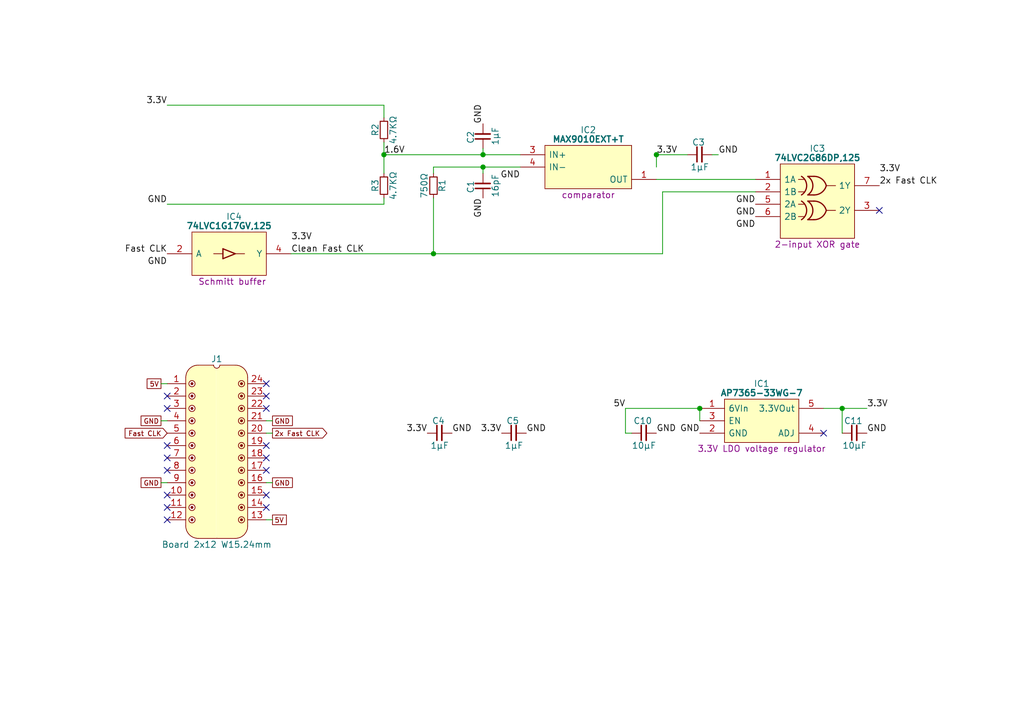
<source format=kicad_sch>
(kicad_sch (version 20250114) (generator "eeschema") (generator_version "9.0")
  (paper "A5")
  (title_block (title "Clock Doubler") (date "2024-07-02") (rev "V0"))
  (lib_symbols
    (symbol "Diodes_Inc:AP7365-33WG-7" (pin_names (offset 0.762))
      (property "Reference" "IC" (at 12.7 5.08 0))
      (property "Value" "AP7365-33WG-7" (at 12.7 3.175 0))
      (property "Description" "3.3V LDO voltage regulator" (at 12.7 -8.255 0))
      (symbol "AP7365-33WG-7_0_0"
        (pin input line (at 0 -2.54 0) (length 5.08) (name "EN") (number "3"))
        (pin passive line (at 0 -5.08 0) (length 5.08) (name "GND") (number "2"))
        (pin passive line (at 25.4 -5.08 180) (length 5.08) (name "ADJ") (number "4"))
      )
      (symbol "AP7365-33WG-7_0_1"
        (polyline (pts (xy 5.08 1.905) (xy 20.32 1.905) (xy 20.32 -6.985) (xy 5.08 -6.985) (xy 5.08 1.905)) (fill (type background)))
      )
      (symbol "AP7365-33WG-7_1_0"
        (pin passive line (at 0 0 0) (length 5.08) (name "6VIn") (number "1"))
        (pin passive line (at 25.4 0 180) (length 5.08) (name "3.3VOut") (number "5"))
      )
    )
    (symbol "HCP65:Board_02x12_W15.24mm" (pin_names (offset 1.016) (hide yes))
      (property "Reference" "J" (at 0 5.08 0))
      (property "Value" "Board 2x12 W15.24mm" (at 0 -33.02 0))
      (symbol "Board_02x12_W15.24mm_0_1"
        (polyline (pts (xy -6.35 1.27) (xy -6.35 -29.21)))
        (arc (start -3.8102 -31.7498) (mid -5.6063 -31.0059) (end -6.3502 -29.2098))
        (arc (start -6.35 1.27) (mid -5.6061 3.0661) (end -3.81 3.81))
        (polyline (pts (xy -3.81 3.81) (xy -0.635 3.81)))
        (arc (start 0.635 3.81) (mid 0 3.175) (end -0.635 3.81))
        (polyline (pts (xy 0.635 3.81) (xy 3.81 3.81)))
        (polyline (pts (xy 3.8098 -31.7498) (xy -3.81 -31.75)))
        (arc (start 3.81 3.81) (mid 5.6061 3.0661) (end 6.35 1.27))
        (arc (start 6.3498 -29.2098) (mid 5.6059 -31.0059) (end 3.8098 -31.7498))
        (polyline (pts (xy 6.35 -29.21) (xy 6.35 1.27)))
      )
      (symbol "Board_02x12_W15.24mm_1_1"
        (polyline (pts (xy -6.35 1.27) (xy -6.096 2.286) (xy -5.588 3.048) (xy -4.826 3.556) (xy -4.064 3.81) (xy -0.762 3.81) (xy -0.508 3.302) (xy 0 3.048) (xy 0 -31.75) (xy -3.81 -31.75) (xy -4.826 -31.496) (xy -5.588 -30.988) (xy -6.096 -30.226) (xy -6.35 -29.464) (xy -6.35 1.27)) (stroke (width -0.0001)) (fill (type background)))
        (circle (center -5.08 0) (radius 0.0001) (stroke (width 0.3)))
        (circle (center -5.08 0) (radius 0.635) (fill (type color) (color 255 255 255 1)))
        (circle (center -5.08 -2.54) (radius 0.0001) (stroke (width 0.3)))
        (circle (center -5.08 -2.54) (radius 0.635) (fill (type color) (color 255 255 255 1)))
        (circle (center -5.08 -5.08) (radius 0.0001) (stroke (width 0.3)))
        (circle (center -5.08 -5.08) (radius 0.635) (fill (type color) (color 255 255 255 1)))
        (circle (center -5.08 -7.62) (radius 0.0001) (stroke (width 0.3)))
        (circle (center -5.08 -7.62) (radius 0.635) (fill (type color) (color 255 255 255 1)))
        (circle (center -5.08 -10.16) (radius 0.0001) (stroke (width 0.3)))
        (circle (center -5.08 -10.16) (radius 0.635) (fill (type color) (color 255 255 255 1)))
        (circle (center -5.08 -12.7) (radius 0.0001) (stroke (width 0.3)))
        (circle (center -5.08 -12.7) (radius 0.635) (fill (type color) (color 255 255 255 1)))
        (circle (center -5.08 -15.24) (radius 0.0001) (stroke (width 0.3)))
        (circle (center -5.08 -15.24) (radius 0.635) (fill (type color) (color 255 255 255 1)))
        (circle (center -5.08 -17.78) (radius 0.0001) (stroke (width 0.3)))
        (circle (center -5.08 -17.78) (radius 0.635) (fill (type color) (color 255 255 255 1)))
        (circle (center -5.08 -20.32) (radius 0.0001) (stroke (width 0.3)))
        (circle (center -5.08 -20.32) (radius 0.635) (fill (type color) (color 255 255 255 1)))
        (circle (center -5.08 -22.86) (radius 0.0001) (stroke (width 0.3)))
        (circle (center -5.08 -22.86) (radius 0.635) (fill (type color) (color 255 255 255 1)))
        (circle (center -5.08 -25.4) (radius 0.0001) (stroke (width 0.3)))
        (circle (center -5.08 -25.4) (radius 0.635) (fill (type color) (color 255 255 255 1)))
        (circle (center -5.08 -27.94) (radius 0.0001) (stroke (width 0.3)))
        (circle (center -5.08 -27.94) (radius 0.635) (fill (type color) (color 255 255 255 1)))
        (circle (center 5.08 0) (radius 0.0001) (stroke (width 0.3)))
        (circle (center 5.08 0) (radius 0.635) (fill (type color) (color 255 255 255 1)))
        (circle (center 5.08 -2.54) (radius 0.0001) (stroke (width 0.3)))
        (circle (center 5.08 -2.54) (radius 0.635) (fill (type color) (color 255 255 255 1)))
        (circle (center 5.08 -5.08) (radius 0.0001) (stroke (width 0.3)))
        (circle (center 5.08 -5.08) (radius 0.635) (fill (type color) (color 255 255 255 1)))
        (circle (center 5.08 -7.62) (radius 0.0001) (stroke (width 0.3)))
        (circle (center 5.08 -7.62) (radius 0.635) (fill (type color) (color 255 255 255 1)))
        (circle (center 5.08 -10.16) (radius 0.0001) (stroke (width 0.3)))
        (circle (center 5.08 -10.16) (radius 0.635) (fill (type color) (color 255 255 255 1)))
        (circle (center 5.08 -12.7) (radius 0.0001) (stroke (width 0.3)))
        (circle (center 5.08 -12.7) (radius 0.635) (fill (type color) (color 255 255 255 1)))
        (circle (center 5.08 -15.24) (radius 0.0001) (stroke (width 0.3)))
        (circle (center 5.08 -15.24) (radius 0.635) (fill (type color) (color 255 255 255 1)))
        (circle (center 5.08 -17.78) (radius 0.0001) (stroke (width 0.3)))
        (circle (center 5.08 -17.78) (radius 0.635) (fill (type color) (color 255 255 255 1)))
        (circle (center 5.08 -20.32) (radius 0.0001) (stroke (width 0.3)))
        (circle (center 5.08 -20.32) (radius 0.635) (fill (type color) (color 255 255 255 1)))
        (circle (center 5.08 -22.86) (radius 0.0001) (stroke (width 0.3)))
        (circle (center 5.08 -22.86) (radius 0.635) (fill (type color) (color 255 255 255 1)))
        (circle (center 5.08 -25.4) (radius 0.0001) (stroke (width 0.3)))
        (circle (center 5.08 -25.4) (radius 0.635) (fill (type color) (color 255 255 255 1)))
        (circle (center 5.08 -27.94) (radius 0.0001) (stroke (width 0.3)))
        (circle (center 5.08 -27.94) (radius 0.635) (fill (type color) (color 255 255 255 1)))
        (polyline (pts (xy 6.35 1.27) (xy 6.096 2.286) (xy 5.588 3.048) (xy 4.826 3.556) (xy 4.064 3.81) (xy 0.762 3.81) (xy 0.508 3.302) (xy 0 3.048) (xy 0 -31.75) (xy 3.81 -31.75) (xy 4.826 -31.496) (xy 5.588 -30.988) (xy 6.096 -30.226) (xy 6.35 -29.464) (xy 6.35 1.27)) (stroke (width -0.0001)) (fill (type background)))
        (pin passive line (at -10.16 0 0) (length 3.81) (name "") (number "1"))
        (pin passive line (at -10.16 -2.54 0) (length 3.81) (name "") (number "2"))
        (pin passive line (at -10.16 -5.08 0) (length 3.81) (name "") (number "3"))
        (pin passive line (at -10.16 -7.62 0) (length 3.81) (name "") (number "4"))
        (pin passive line (at -10.16 -10.16 0) (length 3.81) (name "") (number "5"))
        (pin passive line (at -10.16 -12.7 0) (length 3.81) (name "") (number "6"))
        (pin passive line (at -10.16 -15.24 0) (length 3.81) (name "") (number "7"))
        (pin passive line (at -10.16 -17.78 0) (length 3.81) (name "") (number "8"))
        (pin passive line (at -10.16 -20.32 0) (length 3.81) (name "") (number "9"))
        (pin passive line (at -10.16 -22.86 0) (length 3.81) (name "") (number "10"))
        (pin passive line (at -10.16 -25.4 0) (length 3.81) (name "") (number "11"))
        (pin passive line (at -10.16 -27.94 0) (length 3.81) (name "") (number "12"))
        (pin passive line (at 10.16 0 180) (length 3.81) (name "") (number "24"))
        (pin passive line (at 10.16 -2.54 180) (length 3.81) (name "") (number "23"))
        (pin passive line (at 10.16 -5.08 180) (length 3.81) (name "") (number "22"))
        (pin passive line (at 10.16 -7.62 180) (length 3.81) (name "") (number "21"))
        (pin passive line (at 10.16 -10.16 180) (length 3.81) (name "") (number "20"))
        (pin passive line (at 10.16 -12.7 180) (length 3.81) (name "") (number "19"))
        (pin passive line (at 10.16 -15.24 180) (length 3.81) (name "") (number "18"))
        (pin passive line (at 10.16 -17.78 180) (length 3.81) (name "") (number "17"))
        (pin passive line (at 10.16 -20.32 180) (length 3.81) (name "") (number "16"))
        (pin passive line (at 10.16 -22.86 180) (length 3.81) (name "") (number "15"))
        (pin passive line (at 10.16 -25.4 180) (length 3.81) (name "") (number "14"))
        (pin passive line (at 10.16 -27.94 180) (length 3.81) (name "") (number "13"))
      )
    )
    (symbol "HCP65:C_0805" (pin_numbers (hide yes)) (pin_names (offset 0.254) (hide yes))
      (property "Reference" "C" (at 2.286 2.54 0))
      (property "Value" "?μF" (at 2.54 -2.54 0))
      (symbol "C_0805_0_1"
        (polyline (pts (xy 1.9685 -1.4605) (xy 1.9685 1.5875)) (stroke (width 0.3048)))
        (polyline (pts (xy 2.9845 -1.4605) (xy 2.9845 1.5875)) (stroke (width 0.3302)))
      )
      (symbol "C_0805_1_1"
        (pin passive line (at 0 0 0) (length 2.032) (name "~") (number "1"))
        (pin passive line (at 5.08 0 180) (length 2.032) (name "~") (number "2"))
      )
    )
    (symbol "HCP65:R_0805" (pin_numbers (hide yes)) (pin_names (hide yes))
      (property "Reference" "R" (at 2.54 1.778 0))
      (property "Value" "?Ω" (at 2.54 -1.905 0))
      (symbol "R_0805_0_1"
        (rectangle (start 0.762 0.762) (end 4.318 -0.762) (stroke (width 0.2032)))
      )
      (symbol "R_0805_1_1"
        (pin passive line (at 0 0 0) (length 0.72) (name "~") (number "1"))
        (pin passive line (at 5.08 0 180) (length 0.72) (name "~") (number "2"))
      )
    )
    (symbol "Maxim:MAX9010EXT+T" (pin_names (offset 0.762))
      (property "Reference" "IC" (at 13.97 5.08 0))
      (property "Value" "MAX9010EXT+T" (at 13.97 3.175 0))
      (property "Description" "comparator" (at 13.97 -8.255 0))
      (symbol "MAX9010EXT+T_0_0"
        (pin passive line (at 0 0 0) (length 5.08) (name "IN+") (number "3"))
        (pin passive line (at 0 -2.54 0) (length 5.08) (name "IN-") (number "4"))
        (pin passive line (at 27.94 -5.08 180) (length 5.08) (name "OUT") (number "1"))
      )
      (symbol "MAX9010EXT+T_1_0"
        (pin passive line (at 0 -5.08 0) (length 5.08) (hide yes) (name "GND") (number "2"))
        (pin passive line (at 27.94 0 180) (length 5.08) (hide yes) (name "VCC") (number "6"))
        (pin passive line (at 27.94 -2.54 180) (length 5.08) (hide yes) (name "VCC") (number "5"))
      )
      (symbol "MAX9010EXT+T_1_1"
        (polyline (pts (xy 5.08 1.905) (xy 22.86 1.905) (xy 22.86 -6.985) (xy 5.08 -6.985) (xy 5.08 1.905)) (stroke (width 0.1524)) (fill (type background)))
      )
    )
    (symbol "Nexperia:74LVC1G17GV,125" (pin_names (offset 0.762))
      (property "Reference" "IC" (at 12.7 7.62 0))
      (property "Value" "74LVC1G17GV,125" (at 12.7 5.715 0))
      (property "Description" "Schmitt buffer" (at 13.335 -5.715 0))
      (symbol "74LVC1G17GV,125_0_0"
        (pin no_connect line (at 0 2.54 0) (length 5.08) (hide yes) (name "n.c.") (number "1"))
        (pin input line (at 0 0 0) (length 5.08) (name "A") (number "2"))
        (pin passive line (at 0 -2.54 0) (length 5.08) (hide yes) (name "GND") (number "3"))
        (pin passive line (at 25.4 2.54 180) (length 5.08) (hide yes) (name "3V") (number "5"))
        (pin passive line (at 25.4 0 180) (length 5.08) (name "Y") (number "4"))
      )
      (symbol "74LVC1G17GV,125_0_1"
        (polyline (pts (xy 5.08 4.445) (xy 20.32 4.445) (xy 20.32 -4.445) (xy 5.08 -4.445) (xy 5.08 4.445)) (stroke (width 0.1524)) (fill (type background)))
        (polyline (pts (xy 9.525 0) (xy 11.43 0)))
        (rectangle (start 11.43 1.016) (end 11.43 -1.016) (stroke (width 0.254)) (fill (type background)))
        (polyline (pts (xy 11.43 -1.016) (xy 13.97 0) (xy 11.43 1.016)) (stroke (width 0.254)))
        (polyline (pts (xy 13.97 0) (xy 15.875 0)))
      )
    )
    (symbol "Nexperia:74LVC2G86DP,125" (pin_names (offset 0.762))
      (property "Reference" "IC" (at 12.7 6.35 0))
      (property "Value" "74LVC2G86DP,125" (at 12.7 4.445 0))
      (property "Description" "2-input XOR gate" (at 12.7 -13.335 0))
      (symbol "74LVC2G86DP,125_0_1"
        (polyline (pts (xy 5.08 3.175) (xy 20.32 3.175) (xy 20.32 -12.065) (xy 5.08 -12.065) (xy 5.08 3.175)) (stroke (width 0.1524)) (fill (type background)))
        (arc (start 9.437 0.635) (mid 10.4969 -1.27) (end 9.437 -3.175) (stroke (width 0.254)))
        (arc (start 9.437 -4.445) (mid 10.4969 -6.35) (end 9.437 -8.255) (stroke (width 0.254)))
        (polyline (pts (xy 8.802 0) (xy 10.0719 0)))
        (polyline (pts (xy 8.802 -2.54) (xy 10.0719 -2.54)))
        (polyline (pts (xy 8.802 -5.08) (xy 10.0719 -5.08)))
        (polyline (pts (xy 8.802 -7.62) (xy 10.0719 -7.62)))
        (arc (start 10.707 0.635) (mid 11.7669 -1.27) (end 10.707 -3.175) (stroke (width 0.254)))
        (arc (start 10.707 -4.445) (mid 11.7669 -6.35) (end 10.707 -8.255) (stroke (width 0.254)))
        (polyline (pts (xy 11.977 0.635) (xy 10.795 0.635)) (stroke (width 0.254)) (fill (type background)))
        (polyline (pts (xy 11.977 -3.175) (xy 10.795 -3.175)) (stroke (width 0.254)) (fill (type background)))
        (polyline (pts (xy 11.977 -4.445) (xy 10.795 -4.445)) (stroke (width 0.254)) (fill (type background)))
        (polyline (pts (xy 11.977 -8.255) (xy 10.795 -8.255)) (stroke (width 0.254)) (fill (type background)))
        (arc (start 14.517 -1.27) (mid 13.5755 -2.6605) (end 11.977 -3.175) (stroke (width 0.254)))
        (arc (start 14.517 -6.35) (mid 13.5755 -7.7405) (end 11.977 -8.255) (stroke (width 0.254)))
        (arc (start 11.977 0.635) (mid 13.576 0.1212) (end 14.517 -1.27) (stroke (width 0.254)))
        (arc (start 11.977 -4.445) (mid 13.576 -4.9588) (end 14.517 -6.35) (stroke (width 0.254)))
        (polyline (pts (xy 14.517 -1.27) (xy 16.422 -1.27)))
        (polyline (pts (xy 14.517 -6.35) (xy 16.422 -6.35)))
      )
      (symbol "74LVC2G86DP,125_1_0"
        (pin input line (at 0 0 0) (length 5.08) (name "1A") (number "1"))
        (pin input line (at 0 -2.54 0) (length 5.08) (name "1B") (number "2"))
        (pin input line (at 0 -5.08 0) (length 5.08) (name "2A") (number "5"))
        (pin input line (at 0 -7.62 0) (length 5.08) (name "2B") (number "6"))
        (pin passive line (at 0 -10.16 0) (length 5.08) (hide yes) (name "GND") (number "4"))
        (pin passive line (at 25.4 1.27 180) (length 5.08) (hide yes) (name "VCC") (number "8"))
        (pin output line (at 25.4 -1.27 180) (length 5.08) (name "1Y") (number "7"))
        (pin output line (at 25.4 -6.35 180) (length 5.08) (name "2Y") (number "3"))
      )
    )
  )
  (junction (at 88.9 52.07))
  (junction (at 143.51 83.82))
  (junction (at 134.62 31.75))
  (junction (at 78.74 31.75))
  (junction (at 99.06 34.29))
  (junction (at 172.72 83.82))
  (junction (at 99.06 31.75))
  (no_connect (at 54.61 78.74))
  (no_connect (at 168.91 88.9))
  (no_connect (at 34.29 83.82))
  (no_connect (at 34.29 96.52))
  (no_connect (at 34.29 106.68))
  (no_connect (at 34.29 104.14))
  (no_connect (at 34.29 91.44))
  (no_connect (at 34.29 101.6))
  (no_connect (at 54.61 96.52))
  (no_connect (at 34.29 81.28))
  (no_connect (at 180.34 43.18))
  (no_connect (at 54.61 104.14))
  (no_connect (at 54.61 101.6))
  (no_connect (at 54.61 93.98))
  (no_connect (at 54.61 91.44))
  (no_connect (at 34.29 93.98))
  (no_connect (at 54.61 83.82))
  (no_connect (at 54.61 81.28))
  (wire (pts (xy 88.9 52.07) (xy 135.89 52.07)))
  (wire (pts (xy 99.06 30.48) (xy 99.06 31.75)))
  (wire (pts (xy 78.74 21.59) (xy 78.74 24.13)))
  (wire (pts (xy 99.06 34.29) (xy 99.06 35.56)))
  (wire (pts (xy 172.72 88.9) (xy 172.72 83.82)))
  (wire (pts (xy 99.06 34.29) (xy 88.9 34.29)))
  (wire (pts (xy 78.74 29.21) (xy 78.74 31.75)))
  (wire (pts (xy 99.06 31.75) (xy 106.68 31.75)))
  (wire (pts (xy 134.62 31.75) (xy 134.62 34.29)))
  (wire (pts (xy 147.32 31.75) (xy 146.05 31.75)))
  (wire (pts (xy 128.27 83.82) (xy 143.51 83.82)))
  (wire (pts (xy 78.74 31.75) (xy 99.06 31.75)))
  (wire (pts (xy 135.89 52.07) (xy 135.89 39.37)))
  (wire (pts (xy 55.88 106.68) (xy 54.61 106.68)))
  (wire (pts (xy 143.51 83.82) (xy 143.51 86.36)))
  (wire (pts (xy 33.02 86.36) (xy 34.29 86.36)))
  (wire (pts (xy 88.9 34.29) (xy 88.9 35.56)))
  (wire (pts (xy 78.74 41.91) (xy 34.29 41.91)))
  (wire (pts (xy 168.91 83.82) (xy 172.72 83.82)))
  (wire (pts (xy 88.9 40.64) (xy 88.9 52.07)))
  (wire (pts (xy 140.97 31.75) (xy 134.62 31.75)))
  (wire (pts (xy 55.88 99.06) (xy 54.61 99.06)))
  (wire (pts (xy 128.27 83.82) (xy 128.27 88.9)))
  (wire (pts (xy 135.89 39.37) (xy 154.94 39.37)))
  (wire (pts (xy 78.74 31.75) (xy 78.74 35.56)))
  (wire (pts (xy 33.02 99.06) (xy 34.29 99.06)))
  (wire (pts (xy 134.62 36.83) (xy 154.94 36.83)))
  (wire (pts (xy 78.74 21.59) (xy 34.29 21.59)))
  (wire (pts (xy 78.74 41.91) (xy 78.74 40.64)))
  (wire (pts (xy 99.06 34.29) (xy 106.68 34.29)))
  (wire (pts (xy 33.02 78.74) (xy 34.29 78.74)))
  (wire (pts (xy 128.27 88.9) (xy 129.54 88.9)))
  (wire (pts (xy 172.72 83.82) (xy 177.8 83.82)))
  (wire (pts (xy 55.88 88.9) (xy 54.61 88.9)))
  (wire (pts (xy 55.88 86.36) (xy 54.61 86.36)))
  (wire (pts (xy 59.69 52.07) (xy 88.9 52.07)))
  (label "3.3V" (at 134.62 31.75 0))
  (label "GND" (at 154.94 46.99 180))
  (label "GND" (at 107.95 88.9 0))
  (label "3.3V" (at 87.63 88.9 180))
  (label "GND" (at 177.8 88.9 0))
  (label "GND" (at 134.62 88.9 0))
  (label "5V" (at 128.27 83.82 180))
  (label "GND" (at 143.51 88.9 180))
  (label "GND" (at 99.06 40.64 270))
  (label "3.3V" (at 34.29 21.59 180))
  (label "Fast CLK" (at 34.29 52.07 180))
  (label "2x Fast CLK" (at 180.34 38.1 0))
  (label "GND" (at 99.06 25.4 90))
  (label "3.3V" (at 59.69 49.53 0))
  (label "GND" (at 34.29 54.61 180))
  (label "3.3V" (at 102.87 88.9 180))
  (label "3.3V" (at 177.8 83.82 0))
  (label "GND" (at 154.94 41.91 180))
  (label "GND" (at 154.94 44.45 180))
  (label "3.3V" (at 180.34 35.56 0))
  (label "Clean Fast CLK" (at 59.69 52.07 0))
  (label "GND" (at 106.68 36.83 180))
  (label "GND" (at 147.32 31.75 0))
  (label "GND" (at 34.29 41.91 180))
  (label "GND" (at 92.71 88.9 0))
  (label "1.6V" (at 78.74 31.75 0))
  (global_label "GND" (shape passive) (at 55.88 86.36 0) (effects (font (size 1 1))) (property "Intersheetrefs" "${INTERSHEET_REFS}" (effects (hide yes))))
  (global_label "GND" (shape passive) (at 55.88 99.06 0) (effects (font (size 1 1))) (property "Intersheetrefs" "${INTERSHEET_REFS}" (effects (hide yes))))
  (global_label "5V" (shape passive) (at 55.88 106.68 0) (effects (font (size 1 1))) (property "Intersheetrefs" "${INTERSHEET_REFS}" (effects (hide yes))))
  (global_label "GND" (shape passive) (at 33.02 86.36 180) (effects (font (size 1 1))) (property "Intersheetrefs" "${INTERSHEET_REFS}" (effects (hide yes))))
  (global_label "5V" (shape passive) (at 33.02 78.74 180) (effects (font (size 1 1))) (property "Intersheetrefs" "${INTERSHEET_REFS}" (effects (hide yes))))
  (global_label "Fast CLK" (shape input) (at 34.29 88.9 180) (effects (font (size 1 1))) (property "Intersheetrefs" "${INTERSHEET_REFS}" (effects (hide yes))))
  (global_label "2x Fast CLK" (shape output) (at 55.88 88.9 0) (effects (font (size 1 1))) (property "Intersheetrefs" "${INTERSHEET_REFS}" (effects (hide yes))))
  (global_label "GND" (shape passive) (at 33.02 99.06 180) (effects (font (size 1 1))) (property "Intersheetrefs" "${INTERSHEET_REFS}" (effects (hide yes))))
  (symbol (lib_id "HCP65:C_0805") (at 140.97 31.75 0) (unit 1)
    (property "Reference" "C3" (at 143.256 29.21 0))
    (property "Value" "1μF" (at 143.51 34.29 0))
    (property "Footprint" "SamacSys_Parts:C_0805" (effects (hide yes)))
  )
  (symbol (lib_id "Nexperia:74LVC2G86DP,125") (at 154.94 36.83 0) (unit 1)
    (property "Reference" "IC3" (at 167.64 30.48 0))
    (property "Value" "74LVC2G86DP,125" (at 167.64 32.385 0) (effects (font (bold yes))))
    (property "Footprint" "SamacSys_Parts:SOP65P400X110-8N" (effects (hide yes)))
    (property "Datasheet" "https://assets.nexperia.com/documents/data-sheet/74LVC2G86.pdf" (effects (hide yes)))
    (property "Description" "2-input XOR gate" (at 167.64 50.165 0))
    (property "Height" "1.1" (effects (hide yes)))
    (property "Manufacturer_Name" "Nexperia" (effects (hide yes)))
    (property "Manufacturer_Part_Number" "74LVC2G86DP,125" (effects (hide yes)))
    (property "Mouser Part Number" "771-LVC2G86DP125" (effects (hide yes)))
    (property "Mouser Price/Stock" "https://www.mouser.co.uk/ProductDetail/Nexperia/74LVC2G86DP125?qs=me8TqzrmIYU4VUcP1CeUGw%3D%3D" (effects (hide yes)))
    (property "Silkscreen" "'2G86" (effects (hide yes)))
    (property "Garbage" "74LVC2G86 - Dual 2-input EXCLUSIVE-OR gate@en-us" (effects (hide yes)))
  )
  (symbol (lib_id "HCP65:R_0805") (at 78.74 40.64 90) (unit 1)
    (property "Reference" "R3" (at 76.962 38.1 0))
    (property "Value" "4.7KΩ" (at 80.645 38.1 0))
    (property "Footprint" "SamacSys_Parts:R_0805" (effects (hide yes)))
  )
  (symbol (lib_id "HCP65:Board_02x12_W15.24mm") (at 44.45 78.74 0) (unit 1)
    (property "Reference" "J1" (at 44.45 73.66 0))
    (property "Value" "Board 2x12 W15.24mm" (at 44.45 111.76 0))
    (property "Footprint" "SamacSys_Parts:DIP-24_Board_W15.24mm" (effects (hide yes)))
  )
  (symbol (lib_id "HCP65:C_0805") (at 99.06 30.48 90) (unit 1)
    (property "Reference" "C2" (at 96.52 28.194 0))
    (property "Value" "1μF" (at 101.6 27.94 0))
    (property "Footprint" "SamacSys_Parts:C_0805" (effects (hide yes)))
  )
  (symbol (lib_id "Maxim:MAX9010EXT+T") (at 106.68 31.75 0) (unit 1)
    (property "Reference" "IC2" (at 120.65 26.67 0))
    (property "Value" "MAX9010EXT+T" (at 120.65 28.575 0) (effects (font (bold yes))))
    (property "Footprint" "SamacSys_Parts:SOT65P210X110-6N" (effects (hide yes)))
    (property "Datasheet" "https://componentsearchengine.com/Datasheets/2/MAX9010EXT+T.pdf" (effects (hide yes)))
    (property "Description" "comparator" (at 120.65 40.005 0))
    (property "Height" "1.1" (effects (hide yes)))
    (property "Manufacturer_Name" "Analog Devices" (effects (hide yes)))
    (property "Manufacturer_Part_Number" "MAX9010EXT+T" (effects (hide yes)))
    (property "Mouser Part Number" "700-MAX9010EXTT" (effects (hide yes)))
    (property "Mouser Price/Stock" "https://www.mouser.co.uk/ProductDetail/Maxim-Integrated/MAX9010EXT%2bT?qs=1eQvB6Dk1viCD4qUbzbvUg%3D%3D" (effects (hide yes)))
    (property "Silkscreen" "MAX9010" (effects (hide yes)))
  )
  (symbol (lib_id "HCP65:C_0805") (at 102.87 88.9 0) (unit 1)
    (property "Reference" "C5" (at 105.156 86.36 0))
    (property "Value" "1μF" (at 105.41 91.44 0))
    (property "Footprint" "SamacSys_Parts:C_0805" (effects (hide yes)))
  )
  (symbol (lib_id "HCP65:C_0805") (at 129.54 88.9 0) (unit 1)
    (property "Reference" "C10" (at 131.826 86.36 0))
    (property "Value" "10µF" (at 129.54 91.44 0) (effects (justify left)))
    (property "Footprint" "SamacSys_Parts:C_0805" (effects (hide yes)))
  )
  (symbol (lib_id "HCP65:C_0805") (at 87.63 88.9 0) (unit 1)
    (property "Reference" "C4" (at 89.916 86.36 0))
    (property "Value" "1μF" (at 90.17 91.44 0))
    (property "Footprint" "SamacSys_Parts:C_0805" (effects (hide yes)))
  )
  (symbol (lib_id "HCP65:C_0805") (at 99.06 40.64 90) (unit 1)
    (property "Reference" "C1" (at 96.52 38.354 0))
    (property "Value" "16pF" (at 101.6 38.1 0))
    (property "Footprint" "SamacSys_Parts:C_0805" (effects (hide yes)))
  )
  (symbol (lib_id "Diodes_Inc:AP7365-33WG-7") (at 143.51 83.82 0) (unit 1)
    (property "Reference" "IC1" (at 156.21 78.74 0))
    (property "Value" "AP7365-33WG-7" (at 156.21 80.645 0) (effects (font (bold yes))))
    (property "Footprint" "SamacSys_Parts:SOT95P285X130-5N" (effects (hide yes)))
    (property "Datasheet" "https://componentsearchengine.com/Datasheets/1/AP7365-33WG-7.pdf" (effects (hide yes)))
    (property "Description" "3.3V LDO voltage regulator" (at 156.21 92.075 0))
    (property "Height" "1.3" (effects (hide yes)))
    (property "Manufacturer_Name" "Diodes Inc." (effects (hide yes)))
    (property "Manufacturer_Part_Number" "AP7365-33WG-7" (effects (hide yes)))
    (property "Mouser Part Number" "621-AP7365-33WG-7" (effects (hide yes)))
    (property "Mouser Price/Stock" "https://www.mouser.co.uk/ProductDetail/Diodes-Incorporated/AP7365-33WG-7?qs=abZ1nkZpTuOZFvxvoFPL0w%3D%3D" (effects (hide yes)))
    (property "Arrow Part Number" "AP7365-33WG-7" (effects (hide yes)))
    (property "Arrow Price/Stock" "https://www.arrow.com/en/products/ap7365-33wg-7/diodes-incorporated?region=nac" (effects (hide yes)))
    (property "Silkscreen" "AP7365" (effects (hide yes)))
  )
  (symbol (lib_id "HCP65:R_0805") (at 78.74 29.21 90) (unit 1)
    (property "Reference" "R2" (at 76.962 26.67 0))
    (property "Value" "4.7KΩ" (at 80.645 26.67 0))
    (property "Footprint" "SamacSys_Parts:R_0805" (effects (hide yes)))
  )
  (symbol (lib_id "HCP65:R_0805") (at 88.9 35.56 270) (unit 1)
    (property "Reference" "R1" (at 90.678 38.1 0))
    (property "Value" "750Ω" (at 86.995 38.1 0))
    (property "Footprint" "SamacSys_Parts:R_0805" (effects (hide yes)))
  )
  (symbol (lib_id "HCP65:C_0805") (at 172.72 88.9 0) (unit 1)
    (property "Reference" "C11" (at 175.006 86.36 0))
    (property "Value" "10µF" (at 172.72 91.44 0) (effects (justify left)))
    (property "Footprint" "SamacSys_Parts:C_0805" (effects (hide yes)))
  )
  (symbol (lib_id "Nexperia:74LVC1G17GV,125") (at 34.29 52.07 0) (unit 1)
    (property "Reference" "IC4" (at 46.355 44.45 0) (effects (justify left)))
    (property "Value" "74LVC1G17GV,125" (at 46.99 46.355 0) (effects (font (bold yes))))
    (property "Footprint" "SamacSys_Parts:SOT95P275X110-5N" (effects (hide yes)))
    (property "Datasheet" "https://assets.nexperia.com/documents/data-sheet/74LVC1G17.pdf" (effects (hide yes)))
    (property "Description" "Schmitt buffer" (at 47.625 57.785 0))
    (property "Height" "1.1" (effects (hide yes)))
    (property "Manufacturer_Name" "Nexperia" (effects (hide yes)))
    (property "Manufacturer_Part_Number" "74LVC1G17GV,125" (effects (hide yes)))
    (property "Silkscreen" "'1G17" (effects (hide yes)))
  )
)
</source>
